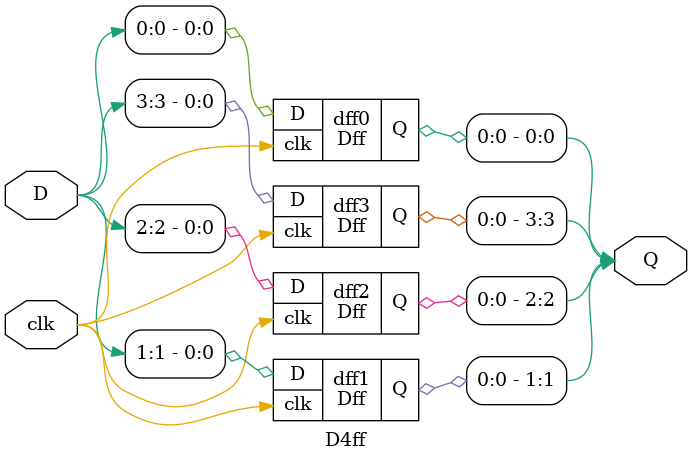
<source format=v>
module Dff (
    input D,
    input clk,
    output Q
);
    wire clk_n;
    wire D1, Q_int, Qn;

    // Clock inverter
    not U1 (clk_n, clk);

    // Master latch
    DLatch Master (
        .D(D),
        .clk(clk_n),
        .Q(D1)
    );

    // Slave latch
    DLatch Slave (
        .D(D1),
        .clk(clk),
        .Q(Q)
    );

endmodule

module DLatch (
    input D,
    input clk,
    output Q
);

    wire Dn, S, R, Qn;

    // Generate Set and Reset signals
    not U1 (Dn, D);
    and U2 (S, D, clk);
    and U3 (R, Dn, clk);

    // SR Latch
    nor U4 (Q, R, Qn);
    nor U5 (Qn, S, Q);

endmodule

module D4ff (
    input [3:0] D,
    input clk,
    output [3:0] Q
);
    Dff dff0( D[0], clk, Q[0] );
    Dff dff1( D[1], clk, Q[1] );
    Dff dff2( D[2], clk, Q[2] );
    Dff dff3( D[3], clk, Q[3] );
endmodule
</source>
